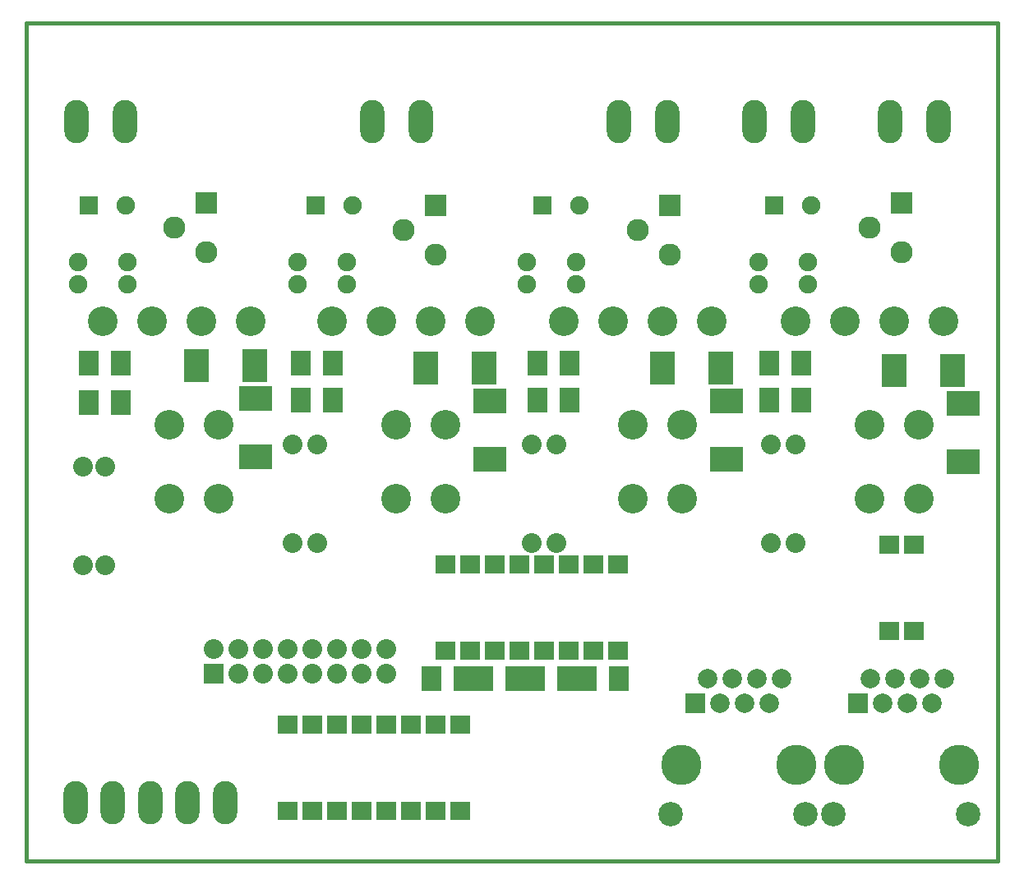
<source format=gbs>
G04 (created by PCBNEW (2013-jul-07)-stable) date ven. 28 nov. 2014 17:15:50 CET*
%MOIN*%
G04 Gerber Fmt 3.4, Leading zero omitted, Abs format*
%FSLAX34Y34*%
G01*
G70*
G90*
G04 APERTURE LIST*
%ADD10C,0.00590551*%
%ADD11C,0.015*%
%ADD12O,0.098X0.176*%
%ADD13R,0.08X0.1*%
%ADD14R,0.0987X0.1381*%
%ADD15R,0.1381X0.0987*%
%ADD16C,0.12*%
%ADD17C,0.075*%
%ADD18R,0.075X0.075*%
%ADD19C,0.1637*%
%ADD20R,0.0791X0.0791*%
%ADD21C,0.0791*%
%ADD22C,0.0987402*%
%ADD23C,0.09*%
%ADD24R,0.09X0.09*%
%ADD25R,0.08X0.08*%
%ADD26C,0.08*%
%ADD27R,0.0790551X0.0751181*%
G04 APERTURE END LIST*
G54D10*
G54D11*
X71500Y-62000D02*
X110900Y-62000D01*
X71500Y-28000D02*
X110900Y-28000D01*
X110900Y-28000D02*
X110800Y-28000D01*
X110900Y-62000D02*
X110900Y-28000D01*
X71500Y-62000D02*
X71500Y-28000D01*
G54D12*
X75490Y-32000D03*
X73520Y-32000D03*
G54D13*
X102950Y-43300D03*
X101650Y-43300D03*
X102950Y-41800D03*
X101650Y-41800D03*
G54D14*
X106719Y-42100D03*
X109081Y-42100D03*
G54D15*
X109500Y-43419D03*
X109500Y-45781D03*
G54D13*
X93550Y-43300D03*
X92250Y-43300D03*
X93550Y-41800D03*
X92250Y-41800D03*
G54D14*
X97319Y-42000D03*
X99681Y-42000D03*
G54D15*
X99900Y-43319D03*
X99900Y-45681D03*
G54D13*
X83950Y-43300D03*
X82650Y-43300D03*
X83950Y-41800D03*
X82650Y-41800D03*
X75330Y-43400D03*
X74030Y-43400D03*
X75350Y-41800D03*
X74050Y-41800D03*
G54D14*
X78419Y-41900D03*
X80781Y-41900D03*
G54D15*
X80800Y-43219D03*
X80800Y-45581D03*
G54D13*
X87950Y-54600D03*
X89250Y-54600D03*
X90050Y-54600D03*
X91350Y-54600D03*
X93450Y-54600D03*
X92150Y-54600D03*
X95550Y-54600D03*
X94250Y-54600D03*
G54D16*
X105700Y-47300D03*
X105700Y-44300D03*
X107700Y-47300D03*
X107700Y-44300D03*
X96100Y-47300D03*
X96100Y-44300D03*
X98100Y-47300D03*
X98100Y-44300D03*
X86500Y-47300D03*
X86500Y-44300D03*
X88500Y-47300D03*
X88500Y-44300D03*
X77300Y-47300D03*
X77300Y-44300D03*
X79300Y-47300D03*
X79300Y-44300D03*
X102700Y-40100D03*
X104700Y-40100D03*
X106700Y-40100D03*
X108700Y-40100D03*
X93300Y-40100D03*
X95300Y-40100D03*
X97300Y-40100D03*
X99300Y-40100D03*
X83900Y-40100D03*
X85900Y-40100D03*
X87900Y-40100D03*
X89900Y-40100D03*
X74600Y-40100D03*
X76600Y-40100D03*
X78600Y-40100D03*
X80600Y-40100D03*
G54D17*
X101200Y-38600D03*
X103200Y-38600D03*
G54D18*
X101850Y-35400D03*
G54D17*
X103350Y-35400D03*
X101200Y-37700D03*
X103200Y-37700D03*
X91800Y-38600D03*
X93800Y-38600D03*
G54D18*
X92450Y-35400D03*
G54D17*
X93950Y-35400D03*
X91800Y-37700D03*
X93800Y-37700D03*
X82500Y-38600D03*
X84500Y-38600D03*
G54D18*
X83250Y-35400D03*
G54D17*
X84750Y-35400D03*
X82500Y-37700D03*
X84500Y-37700D03*
X73600Y-38600D03*
X75600Y-38600D03*
G54D18*
X74050Y-35400D03*
G54D17*
X75550Y-35400D03*
X73600Y-37700D03*
X75600Y-37700D03*
G54D19*
X109338Y-58112D03*
X104665Y-58112D03*
G54D20*
X105250Y-55612D03*
G54D21*
X105750Y-54612D03*
X106250Y-55612D03*
X106750Y-54612D03*
X107250Y-55612D03*
X107750Y-54612D03*
X108250Y-55612D03*
X108750Y-54612D03*
G54D22*
X104250Y-60112D03*
X109700Y-60112D03*
G54D19*
X102738Y-58112D03*
X98065Y-58112D03*
G54D20*
X98650Y-55612D03*
G54D21*
X99150Y-54612D03*
X99650Y-55612D03*
X100150Y-54612D03*
X100650Y-55612D03*
X101150Y-54612D03*
X101650Y-55612D03*
X102150Y-54612D03*
G54D22*
X97650Y-60112D03*
X103100Y-60112D03*
G54D12*
X108490Y-32000D03*
X106520Y-32000D03*
X102990Y-32000D03*
X101020Y-32000D03*
X97490Y-32000D03*
X95520Y-32000D03*
X87490Y-32000D03*
X85520Y-32000D03*
X73500Y-59645D03*
X75015Y-59645D03*
X76531Y-59645D03*
X78047Y-59645D03*
X79562Y-59645D03*
G54D23*
X78800Y-37300D03*
X77500Y-36300D03*
G54D24*
X78800Y-35300D03*
G54D23*
X88100Y-37400D03*
X86800Y-36400D03*
G54D24*
X88100Y-35400D03*
G54D23*
X107000Y-37300D03*
X105700Y-36300D03*
G54D24*
X107000Y-35300D03*
G54D25*
X79100Y-54400D03*
G54D26*
X79100Y-53400D03*
X80100Y-54400D03*
X80100Y-53400D03*
X81100Y-54400D03*
X81100Y-53400D03*
X82100Y-54400D03*
X82100Y-53400D03*
X83100Y-54400D03*
X83100Y-53400D03*
X84100Y-54400D03*
X84100Y-53400D03*
X85100Y-54400D03*
X85100Y-53400D03*
X86100Y-54400D03*
X86100Y-53400D03*
G54D15*
X90300Y-43319D03*
X90300Y-45681D03*
G54D14*
X87719Y-42000D03*
X90081Y-42000D03*
G54D23*
X97600Y-37400D03*
X96300Y-36400D03*
G54D24*
X97600Y-35400D03*
G54D27*
X95500Y-53450D03*
X94500Y-53450D03*
X93500Y-53450D03*
X92500Y-53450D03*
X91500Y-53450D03*
X90500Y-53450D03*
X89500Y-53450D03*
X88500Y-53450D03*
X88500Y-49950D03*
X89500Y-49950D03*
X90500Y-49950D03*
X91500Y-49950D03*
X92500Y-49950D03*
X93500Y-49950D03*
X94500Y-49950D03*
X95500Y-49950D03*
X89100Y-59950D03*
X88100Y-59950D03*
X87100Y-59950D03*
X86100Y-59950D03*
X85100Y-59950D03*
X84100Y-59950D03*
X83100Y-59950D03*
X82100Y-59950D03*
X82100Y-56450D03*
X83100Y-56450D03*
X84100Y-56450D03*
X85100Y-56450D03*
X86100Y-56450D03*
X87100Y-56450D03*
X88100Y-56450D03*
X89100Y-56450D03*
X106500Y-49150D03*
X107500Y-49150D03*
X107500Y-52650D03*
X106500Y-52650D03*
G54D26*
X101700Y-49100D03*
X101700Y-45100D03*
X102700Y-49100D03*
X102700Y-45100D03*
X93000Y-49100D03*
X93000Y-45100D03*
X92000Y-49100D03*
X92000Y-45100D03*
X73800Y-50000D03*
X73800Y-46000D03*
X74700Y-50000D03*
X74700Y-46000D03*
X83300Y-49100D03*
X83300Y-45100D03*
X82300Y-49100D03*
X82300Y-45100D03*
M02*

</source>
